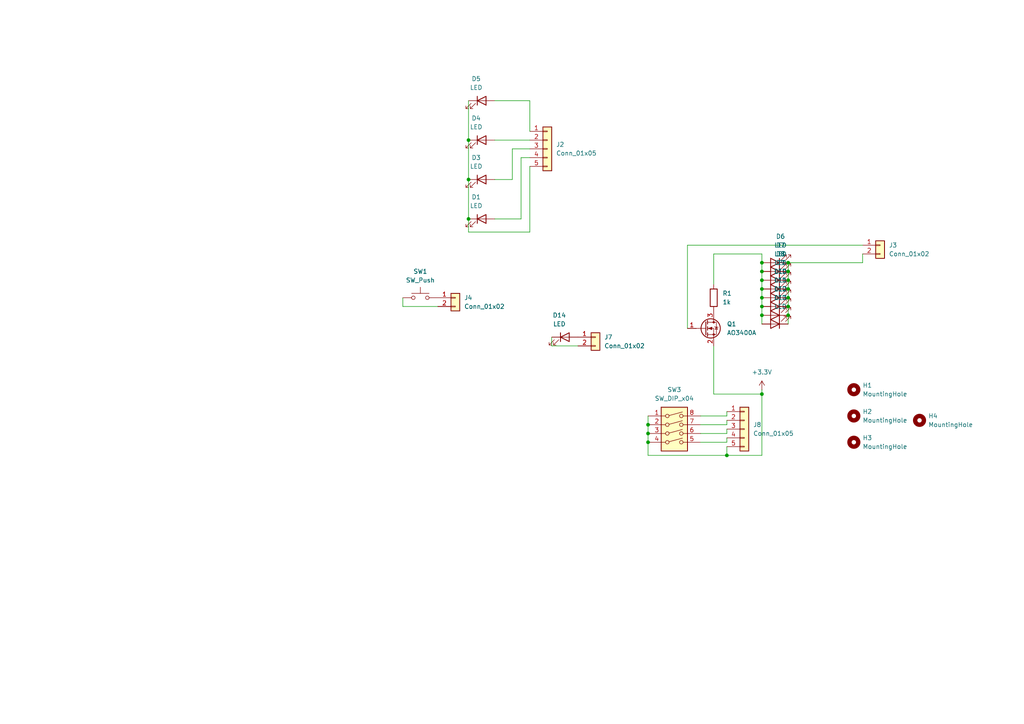
<source format=kicad_sch>
(kicad_sch (version 20250114) (generator "eeschema") (generator_version "9.0")
  (paper "A4")
  (lib_symbols
    (symbol "Connector_Generic:Conn_01x02" (pin_names (offset 1.016) (hide yes))
      (property "Reference" "J" (at 0 2.54 0))
      (property "Value" "Conn_01x02" (at 0 -5.08 0))
      (symbol "Conn_01x02_1_1"
        (rectangle (start -1.27 1.27) (end 1.27 -3.81) (stroke (width 0.254)) (fill (type background)))
        (rectangle (start -1.27 0.127) (end 0 -0.127) (stroke (width 0.1524)))
        (rectangle (start -1.27 -2.413) (end 0 -2.667) (stroke (width 0.1524)))
        (pin passive line (at -5.08 0 0) (length 3.81) (name "Pin_1") (number "1"))
        (pin passive line (at -5.08 -2.54 0) (length 3.81) (name "Pin_2") (number "2"))
      )
    )
    (symbol "Connector_Generic:Conn_01x05" (pin_names (offset 1.016) (hide yes))
      (property "Reference" "J" (at 0 7.62 0))
      (property "Value" "Conn_01x05" (at 0 -7.62 0))
      (symbol "Conn_01x05_1_1"
        (rectangle (start -1.27 6.35) (end 1.27 -6.35) (stroke (width 0.254)) (fill (type background)))
        (rectangle (start -1.27 5.207) (end 0 4.953) (stroke (width 0.1524)))
        (rectangle (start -1.27 2.667) (end 0 2.413) (stroke (width 0.1524)))
        (rectangle (start -1.27 0.127) (end 0 -0.127) (stroke (width 0.1524)))
        (rectangle (start -1.27 -2.413) (end 0 -2.667) (stroke (width 0.1524)))
        (rectangle (start -1.27 -4.953) (end 0 -5.207) (stroke (width 0.1524)))
        (pin passive line (at -5.08 5.08 0) (length 3.81) (name "Pin_1") (number "1"))
        (pin passive line (at -5.08 2.54 0) (length 3.81) (name "Pin_2") (number "2"))
        (pin passive line (at -5.08 0 0) (length 3.81) (name "Pin_3") (number "3"))
        (pin passive line (at -5.08 -2.54 0) (length 3.81) (name "Pin_4") (number "4"))
        (pin passive line (at -5.08 -5.08 0) (length 3.81) (name "Pin_5") (number "5"))
      )
    )
    (symbol "Device:LED" (pin_numbers (hide yes)) (pin_names (offset 1.016) (hide yes))
      (property "Reference" "D" (at 0 2.54 0))
      (property "Value" "LED" (at 0 -2.54 0))
      (symbol "LED_0_1"
        (polyline (pts (xy -3.048 -0.762) (xy -4.572 -2.286) (xy -3.81 -2.286) (xy -4.572 -2.286) (xy -4.572 -1.524)))
        (polyline (pts (xy -1.778 -0.762) (xy -3.302 -2.286) (xy -2.54 -2.286) (xy -3.302 -2.286) (xy -3.302 -1.524)))
        (polyline (pts (xy -1.27 0) (xy 1.27 0)))
        (polyline (pts (xy -1.27 -1.27) (xy -1.27 1.27)) (stroke (width 0.254)))
        (polyline (pts (xy 1.27 -1.27) (xy 1.27 1.27) (xy -1.27 0) (xy 1.27 -1.27)) (stroke (width 0.254)))
      )
      (symbol "LED_1_1"
        (pin passive line (at -3.81 0 0) (length 2.54) (name "K") (number "1"))
        (pin passive line (at 3.81 0 180) (length 2.54) (name "A") (number "2"))
      )
    )
    (symbol "Device:R" (pin_numbers (hide yes)) (pin_names (offset 0))
      (property "Reference" "R" (at 2.032 0 90))
      (property "Value" "R" (at 0 0 90))
      (symbol "R_0_1"
        (rectangle (start -1.016 -2.54) (end 1.016 2.54) (stroke (width 0.254)))
      )
      (symbol "R_1_1"
        (pin passive line (at 0 3.81 270) (length 1.27) (name "~") (number "1"))
        (pin passive line (at 0 -3.81 90) (length 1.27) (name "~") (number "2"))
      )
    )
    (symbol "Mechanical:MountingHole" (pin_names (offset 1.016)) (exclude_from_sim yes) (in_bom no)
      (property "Reference" "H" (at 0 5.08 0))
      (property "Value" "MountingHole" (at 0 3.175 0))
      (symbol "MountingHole_0_1"
        (circle (center 0 0) (radius 1.27) (stroke (width 1.27)))
      )
    )
    (symbol "Switch:SW_DIP_x04" (pin_names (offset 0) (hide yes))
      (property "Reference" "SW" (at 0 8.89 0))
      (property "Value" "SW_DIP_x04" (at 0 -6.35 0))
      (symbol "SW_DIP_x04_0_0"
        (circle (center -2.032 5.08) (radius 0.508))
        (circle (center -2.032 2.54) (radius 0.508))
        (circle (center -2.032 0) (radius 0.508))
        (circle (center -2.032 -2.54) (radius 0.508))
        (polyline (pts (xy -1.524 5.207) (xy 2.3622 6.2484)))
        (polyline (pts (xy -1.524 2.667) (xy 2.3622 3.7084)))
        (polyline (pts (xy -1.524 0.127) (xy 2.3622 1.1684)))
        (polyline (pts (xy -1.524 -2.3876) (xy 2.3622 -1.3462)))
        (circle (center 2.032 5.08) (radius 0.508))
        (circle (center 2.032 2.54) (radius 0.508))
        (circle (center 2.032 0) (radius 0.508))
        (circle (center 2.032 -2.54) (radius 0.508))
      )
      (symbol "SW_DIP_x04_0_1"
        (rectangle (start -3.81 7.62) (end 3.81 -5.08) (stroke (width 0.254)) (fill (type background)))
      )
      (symbol "SW_DIP_x04_1_1"
        (pin passive line (at -7.62 5.08 0) (length 5.08) (name "~") (number "1"))
        (pin passive line (at -7.62 2.54 0) (length 5.08) (name "~") (number "2"))
        (pin passive line (at -7.62 0 0) (length 5.08) (name "~") (number "3"))
        (pin passive line (at -7.62 -2.54 0) (length 5.08) (name "~") (number "4"))
        (pin passive line (at 7.62 5.08 180) (length 5.08) (name "~") (number "8"))
        (pin passive line (at 7.62 2.54 180) (length 5.08) (name "~") (number "7"))
        (pin passive line (at 7.62 0 180) (length 5.08) (name "~") (number "6"))
        (pin passive line (at 7.62 -2.54 180) (length 5.08) (name "~") (number "5"))
      )
    )
    (symbol "Switch:SW_Push" (pin_numbers (hide yes)) (pin_names (offset 1.016) (hide yes))
      (property "Reference" "SW" (at 1.27 2.54 0))
      (property "Value" "SW_Push" (at 0 -1.524 0))
      (symbol "SW_Push_0_1"
        (circle (center -2.032 0) (radius 0.508))
        (polyline (pts (xy 0 1.27) (xy 0 3.048)))
        (circle (center 2.032 0) (radius 0.508))
        (polyline (pts (xy 2.54 1.27) (xy -2.54 1.27)))
        (pin passive line (at -5.08 0 0) (length 2.54) (name "1") (number "1"))
        (pin passive line (at 5.08 0 180) (length 2.54) (name "2") (number "2"))
      )
    )
    (symbol "Transistor_FET:AO3400A" (pin_names (hide yes))
      (property "Reference" "Q" (at 5.08 1.905 0))
      (property "Value" "AO3400A" (at 5.08 0 0))
      (symbol "AO3400A_0_1"
        (polyline (pts (xy 0.254 1.905) (xy 0.254 -1.905)) (stroke (width 0.254)))
        (polyline (pts (xy 0.254 0) (xy -2.54 0)))
        (polyline (pts (xy 0.762 2.286) (xy 0.762 1.27)) (stroke (width 0.254)))
        (polyline (pts (xy 0.762 0.508) (xy 0.762 -0.508)) (stroke (width 0.254)))
        (polyline (pts (xy 0.762 -1.27) (xy 0.762 -2.286)) (stroke (width 0.254)))
        (polyline (pts (xy 0.762 -1.778) (xy 3.302 -1.778) (xy 3.302 1.778) (xy 0.762 1.778)))
        (polyline (pts (xy 1.016 0) (xy 2.032 0.381) (xy 2.032 -0.381) (xy 1.016 0)) (fill (type outline)))
        (circle (center 1.651 0) (radius 2.794) (stroke (width 0.254)))
        (polyline (pts (xy 2.54 2.54) (xy 2.54 1.778)))
        (circle (center 2.54 1.778) (radius 0.254) (fill (type outline)))
        (circle (center 2.54 -1.778) (radius 0.254) (fill (type outline)))
        (polyline (pts (xy 2.54 -2.54) (xy 2.54 0) (xy 0.762 0)))
        (polyline (pts (xy 2.794 0.508) (xy 2.921 0.381) (xy 3.683 0.381) (xy 3.81 0.254)))
        (polyline (pts (xy 3.302 0.381) (xy 2.921 -0.254) (xy 3.683 -0.254) (xy 3.302 0.381)))
      )
      (symbol "AO3400A_1_1"
        (pin input line (at -5.08 0 0) (length 2.54) (name "G") (number "1"))
        (pin passive line (at 2.54 5.08 270) (length 2.54) (name "D") (number "3"))
        (pin passive line (at 2.54 -5.08 90) (length 2.54) (name "S") (number "2"))
      )
    )
    (symbol "power:+3.3V" (power) (pin_numbers (hide yes)) (pin_names (offset 0) (hide yes))
      (property "Value" "+3.3V" (at 0 3.556 0))
      (symbol "+3.3V_0_1"
        (polyline (pts (xy -0.762 1.27) (xy 0 2.54)))
        (polyline (pts (xy 0 2.54) (xy 0.762 1.27)))
        (polyline (pts (xy 0 0) (xy 0 2.54)))
      )
      (symbol "+3.3V_1_1"
        (pin power_in line (at 0 0 90) (length 0) (name "~") (number "1"))
      )
    )
  )
  (junction (at 187.96 128.27))
  (junction (at 135.89 63.5))
  (junction (at 228.6 86.36))
  (junction (at 187.96 125.73))
  (junction (at 220.98 114.3))
  (junction (at 228.6 91.44))
  (junction (at 228.6 78.74))
  (junction (at 135.89 40.64))
  (junction (at 220.98 83.82))
  (junction (at 187.96 123.19))
  (junction (at 220.98 91.44))
  (junction (at 220.98 76.2))
  (junction (at 220.98 86.36))
  (junction (at 228.6 76.2))
  (junction (at 228.6 83.82))
  (junction (at 228.6 88.9))
  (junction (at 220.98 81.28))
  (junction (at 220.98 88.9))
  (junction (at 210.82 132.08))
  (junction (at 135.89 52.07))
  (junction (at 228.6 81.28))
  (junction (at 220.98 78.74))
  (wire (pts (xy 210.82 128.27) (xy 210.82 127)))
  (wire (pts (xy 210.82 125.73) (xy 210.82 124.46)))
  (wire (pts (xy 228.6 76.2) (xy 250.19 76.2)))
  (wire (pts (xy 148.59 52.07) (xy 148.59 43.18)))
  (wire (pts (xy 207.01 73.66) (xy 220.98 73.66)))
  (wire (pts (xy 160.02 100.33) (xy 167.64 100.33)))
  (wire (pts (xy 203.2 125.73) (xy 210.82 125.73)))
  (wire (pts (xy 220.98 91.44) (xy 220.98 93.98)))
  (wire (pts (xy 228.6 88.9) (xy 228.6 91.44)))
  (wire (pts (xy 228.6 83.82) (xy 228.6 86.36)))
  (wire (pts (xy 228.6 76.2) (xy 228.6 78.74)))
  (wire (pts (xy 228.6 86.36) (xy 228.6 88.9)))
  (wire (pts (xy 151.13 45.72) (xy 153.67 45.72)))
  (wire (pts (xy 187.96 132.08) (xy 187.96 128.27)))
  (wire (pts (xy 220.98 78.74) (xy 220.98 81.28)))
  (wire (pts (xy 116.84 86.36) (xy 116.84 88.9)))
  (wire (pts (xy 220.98 88.9) (xy 220.98 91.44)))
  (wire (pts (xy 143.51 40.64) (xy 153.67 40.64)))
  (wire (pts (xy 143.51 29.21) (xy 153.67 29.21)))
  (wire (pts (xy 151.13 63.5) (xy 151.13 45.72)))
  (wire (pts (xy 207.01 114.3) (xy 207.01 100.33)))
  (wire (pts (xy 228.6 78.74) (xy 228.6 81.28)))
  (wire (pts (xy 203.2 123.19) (xy 210.82 123.19)))
  (wire (pts (xy 220.98 114.3) (xy 220.98 132.08)))
  (wire (pts (xy 228.6 91.44) (xy 228.6 93.98)))
  (wire (pts (xy 199.39 71.12) (xy 199.39 95.25)))
  (wire (pts (xy 210.82 123.19) (xy 210.82 121.92)))
  (wire (pts (xy 153.67 29.21) (xy 153.67 38.1)))
  (wire (pts (xy 148.59 43.18) (xy 153.67 43.18)))
  (wire (pts (xy 187.96 120.65) (xy 187.96 123.19)))
  (wire (pts (xy 160.02 97.79) (xy 160.02 100.33)))
  (wire (pts (xy 220.98 76.2) (xy 220.98 78.74)))
  (wire (pts (xy 187.96 123.19) (xy 187.96 125.73)))
  (wire (pts (xy 220.98 113.03) (xy 220.98 114.3)))
  (wire (pts (xy 210.82 132.08) (xy 187.96 132.08)))
  (wire (pts (xy 153.67 67.31) (xy 135.89 67.31)))
  (wire (pts (xy 220.98 81.28) (xy 220.98 83.82)))
  (wire (pts (xy 143.51 52.07) (xy 148.59 52.07)))
  (wire (pts (xy 203.2 128.27) (xy 210.82 128.27)))
  (wire (pts (xy 220.98 86.36) (xy 220.98 88.9)))
  (wire (pts (xy 135.89 67.31) (xy 135.89 63.5)))
  (wire (pts (xy 116.84 88.9) (xy 127 88.9)))
  (wire (pts (xy 207.01 73.66) (xy 207.01 82.55)))
  (wire (pts (xy 187.96 125.73) (xy 187.96 128.27)))
  (wire (pts (xy 135.89 40.64) (xy 135.89 52.07)))
  (wire (pts (xy 135.89 29.21) (xy 135.89 40.64)))
  (wire (pts (xy 135.89 52.07) (xy 135.89 63.5)))
  (wire (pts (xy 220.98 83.82) (xy 220.98 86.36)))
  (wire (pts (xy 250.19 71.12) (xy 199.39 71.12)))
  (wire (pts (xy 203.2 120.65) (xy 210.82 120.65)))
  (wire (pts (xy 210.82 120.65) (xy 210.82 119.38)))
  (wire (pts (xy 220.98 114.3) (xy 207.01 114.3)))
  (wire (pts (xy 210.82 132.08) (xy 210.82 129.54)))
  (wire (pts (xy 143.51 63.5) (xy 151.13 63.5)))
  (wire (pts (xy 250.19 76.2) (xy 250.19 73.66)))
  (wire (pts (xy 153.67 48.26) (xy 153.67 67.31)))
  (wire (pts (xy 220.98 132.08) (xy 210.82 132.08)))
  (wire (pts (xy 220.98 73.66) (xy 220.98 76.2)))
  (wire (pts (xy 228.6 81.28) (xy 228.6 83.82)))
  (symbol (lib_id "Device:LED") (at 224.79 91.44 180) (unit 1)
    (property "Reference" "D12" (at 226.3775 83.82 0))
    (property "Value" "LED" (at 226.3775 86.36 0))
    (property "Footprint" "LED_SMD:LED_0603_1608Metric_Pad1.05x0.95mm_HandSolder" (effects (hide yes)))
    (property "Description" "Light emitting diode" (effects (hide yes)))
  )
  (symbol (lib_id "Mechanical:MountingHole") (at 247.65 128.27 0) (unit 1) (exclude_from_sim yes) (in_bom no)
    (property "Reference" "H3" (at 250.19 126.9999 0) (effects (justify left)))
    (property "Value" "MountingHole" (at 250.19 129.5399 0) (effects (justify left)))
    (property "Footprint" "MountingHole:MountingHole_3.2mm_M3" (effects (hide yes)))
    (property "Description" "Mounting Hole without connection" (effects (hide yes)))
  )
  (symbol (lib_id "Transistor_FET:AO3400A") (at 204.47 95.25 0) (unit 1)
    (property "Reference" "Q1" (at 210.82 93.9799 0) (effects (justify left)))
    (property "Value" "AO3400A" (at 210.82 96.5199 0) (effects (justify left)))
    (property "Footprint" "Package_TO_SOT_SMD:SOT-23" (effects (hide yes)))
    (property "Datasheet" "http://www.aosmd.com/pdfs/datasheet/AO3400A.pdf" (effects (hide yes)))
    (property "Description" "30V Vds, 5.7A Id, N-Channel MOSFET, SOT-23" (effects (hide yes)))
  )
  (symbol (lib_id "Device:LED") (at 139.7 29.21 0) (unit 1)
    (property "Reference" "D5" (at 138.1125 22.86 0))
    (property "Value" "LED" (at 138.1125 25.4 0))
    (property "Footprint" "LED_SMD:LED_0603_1608Metric_Pad1.05x0.95mm_HandSolder" (effects (hide yes)))
    (property "Description" "Light emitting diode" (effects (hide yes)))
  )
  (symbol (lib_id "Connector_Generic:Conn_01x02") (at 172.72 97.79 0) (unit 1)
    (property "Reference" "J7" (at 175.26 97.7899 0) (effects (justify left)))
    (property "Value" "Conn_01x02" (at 175.26 100.3299 0) (effects (justify left)))
    (property "Footprint" "Connector_JST:JST_XH_B2B-XH-A_1x02_P2.50mm_Vertical" (effects (hide yes)))
    (property "Description" "Generic connector, single row, 01x02, script generated (kicad-library-utils/schlib/autogen/connector/)" (effects (hide yes)))
  )
  (symbol (lib_id "Device:LED") (at 139.7 63.5 0) (unit 1)
    (property "Reference" "D1" (at 138.1125 57.15 0))
    (property "Value" "LED" (at 138.1125 59.69 0))
    (property "Footprint" "LED_SMD:LED_0603_1608Metric_Pad1.05x0.95mm_HandSolder" (effects (hide yes)))
    (property "Description" "Light emitting diode" (effects (hide yes)))
  )
  (symbol (lib_id "Device:LED") (at 224.79 83.82 180) (unit 1)
    (property "Reference" "D9" (at 226.3775 76.2 0))
    (property "Value" "LED" (at 226.3775 78.74 0))
    (property "Footprint" "LED_SMD:LED_0603_1608Metric_Pad1.05x0.95mm_HandSolder" (effects (hide yes)))
    (property "Description" "Light emitting diode" (effects (hide yes)))
  )
  (symbol (lib_id "Connector_Generic:Conn_01x02") (at 132.08 86.36 0) (unit 1)
    (property "Reference" "J4" (at 134.62 86.3599 0) (effects (justify left)))
    (property "Value" "Conn_01x02" (at 134.62 88.8999 0) (effects (justify left)))
    (property "Footprint" "Connector_JST:JST_XH_B2B-XH-A_1x02_P2.50mm_Vertical" (effects (hide yes)))
    (property "Description" "Generic connector, single row, 01x02, script generated (kicad-library-utils/schlib/autogen/connector/)" (effects (hide yes)))
  )
  (symbol (lib_id "Device:LED") (at 224.79 76.2 180) (unit 1)
    (property "Reference" "D6" (at 226.3775 68.58 0))
    (property "Value" "LED" (at 226.3775 71.12 0))
    (property "Footprint" "LED_SMD:LED_0603_1608Metric_Pad1.05x0.95mm_HandSolder" (effects (hide yes)))
    (property "Description" "Light emitting diode" (effects (hide yes)))
  )
  (symbol (lib_id "Connector_Generic:Conn_01x05") (at 215.9 124.46 0) (unit 1)
    (property "Reference" "J8" (at 218.44 123.1899 0) (effects (justify left)))
    (property "Value" "Conn_01x05" (at 218.44 125.7299 0) (effects (justify left)))
    (property "Footprint" "Connector_JST:JST_XH_B5B-XH-AM_1x05_P2.50mm_Vertical" (effects (hide yes)))
    (property "Description" "Generic connector, single row, 01x05, script generated (kicad-library-utils/schlib/autogen/connector/)" (effects (hide yes)))
  )
  (symbol (lib_id "Device:LED") (at 139.7 52.07 0) (unit 1)
    (property "Reference" "D3" (at 138.1125 45.72 0))
    (property "Value" "LED" (at 138.1125 48.26 0))
    (property "Footprint" "LED_SMD:LED_0603_1608Metric_Pad1.05x0.95mm_HandSolder" (effects (hide yes)))
    (property "Description" "Light emitting diode" (effects (hide yes)))
  )
  (symbol (lib_id "Connector_Generic:Conn_01x05") (at 158.75 43.18 0) (unit 1)
    (property "Reference" "J2" (at 161.29 41.9099 0) (effects (justify left)))
    (property "Value" "Conn_01x05" (at 161.29 44.4499 0) (effects (justify left)))
    (property "Footprint" "Connector_JST:JST_XH_B5B-XH-AM_1x05_P2.50mm_Vertical" (effects (hide yes)))
    (property "Description" "Generic connector, single row, 01x05, script generated (kicad-library-utils/schlib/autogen/connector/)" (effects (hide yes)))
  )
  (symbol (lib_id "Device:LED") (at 224.79 78.74 180) (unit 1)
    (property "Reference" "D7" (at 226.3775 71.12 0))
    (property "Value" "LED" (at 226.3775 73.66 0))
    (property "Footprint" "LED_SMD:LED_0603_1608Metric_Pad1.05x0.95mm_HandSolder" (effects (hide yes)))
    (property "Description" "Light emitting diode" (effects (hide yes)))
  )
  (symbol (lib_id "Device:LED") (at 224.79 88.9 180) (unit 1)
    (property "Reference" "D11" (at 226.3775 81.28 0))
    (property "Value" "LED" (at 226.3775 83.82 0))
    (property "Footprint" "LED_SMD:LED_0603_1608Metric_Pad1.05x0.95mm_HandSolder" (effects (hide yes)))
    (property "Description" "Light emitting diode" (effects (hide yes)))
  )
  (symbol (lib_id "Device:LED") (at 224.79 86.36 180) (unit 1)
    (property "Reference" "D10" (at 226.3775 78.74 0))
    (property "Value" "LED" (at 226.3775 81.28 0))
    (property "Footprint" "LED_SMD:LED_0603_1608Metric_Pad1.05x0.95mm_HandSolder" (effects (hide yes)))
    (property "Description" "Light emitting diode" (effects (hide yes)))
  )
  (symbol (lib_id "Connector_Generic:Conn_01x02") (at 255.27 71.12 0) (unit 1)
    (property "Reference" "J3" (at 257.81 71.1199 0) (effects (justify left)))
    (property "Value" "Conn_01x02" (at 257.81 73.6599 0) (effects (justify left)))
    (property "Footprint" "Connector_JST:JST_XH_B2B-XH-A_1x02_P2.50mm_Vertical" (effects (hide yes)))
    (property "Description" "Generic connector, single row, 01x02, script generated (kicad-library-utils/schlib/autogen/connector/)" (effects (hide yes)))
  )
  (symbol (lib_id "Switch:SW_DIP_x04") (at 195.58 125.73 0) (unit 1)
    (property "Reference" "SW3" (at 195.58 113.03 0))
    (property "Value" "SW_DIP_x04" (at 195.58 115.57 0))
    (property "Footprint" "Button_Switch_SMD:SW_DIP_SPSTx04_Slide_Copal_CHS-04B_W7.62mm_P1.27mm" (effects (hide yes)))
    (property "Description" "4x DIP Switch, Single Pole Single Throw (SPST) switch, small symbol" (effects (hide yes)))
  )
  (symbol (lib_id "power:+3.3V") (at 220.98 113.03 0) (unit 1)
    (property "Reference" "#PWR029" (effects (hide yes)))
    (property "Value" "+3.3V" (at 220.98 107.95 0))
    (property "Description" "Power symbol creates a global label with name \"+3.3V\"" (effects (hide yes)))
  )
  (symbol (lib_id "Device:LED") (at 139.7 40.64 0) (unit 1)
    (property "Reference" "D4" (at 138.1125 34.29 0))
    (property "Value" "LED" (at 138.1125 36.83 0))
    (property "Footprint" "LED_SMD:LED_0603_1608Metric_Pad1.05x0.95mm_HandSolder" (effects (hide yes)))
    (property "Description" "Light emitting diode" (effects (hide yes)))
  )
  (symbol (lib_id "Device:R") (at 207.01 86.36 180) (unit 1)
    (property "Reference" "R1" (at 209.55 85.0899 0) (effects (justify right)))
    (property "Value" "1k" (at 209.55 87.6299 0) (effects (justify right)))
    (property "Footprint" "Capacitor_SMD:C_0603_1608Metric_Pad1.08x0.95mm_HandSolder" (effects (hide yes)))
    (property "Description" "Resistor" (effects (hide yes)))
  )
  (symbol (lib_id "Device:LED") (at 224.79 93.98 180) (unit 1)
    (property "Reference" "D13" (at 226.3775 86.36 0))
    (property "Value" "LED" (at 226.3775 88.9 0))
    (property "Footprint" "LED_SMD:LED_0603_1608Metric_Pad1.05x0.95mm_HandSolder" (effects (hide yes)))
    (property "Description" "Light emitting diode" (effects (hide yes)))
  )
  (symbol (lib_id "Mechanical:MountingHole") (at 266.7 121.92 0) (unit 1) (exclude_from_sim yes) (in_bom no)
    (property "Reference" "H4" (at 269.24 120.6499 0) (effects (justify left)))
    (property "Value" "MountingHole" (at 269.24 123.1899 0) (effects (justify left)))
    (property "Footprint" "MountingHole:MountingHole_3.2mm_M3" (effects (hide yes)))
    (property "Description" "Mounting Hole without connection" (effects (hide yes)))
  )
  (symbol (lib_id "Mechanical:MountingHole") (at 247.65 113.03 0) (unit 1) (exclude_from_sim yes) (in_bom no)
    (property "Reference" "H1" (at 250.19 111.7599 0) (effects (justify left)))
    (property "Value" "MountingHole" (at 250.19 114.2999 0) (effects (justify left)))
    (property "Footprint" "MountingHole:MountingHole_3.2mm_M3" (effects (hide yes)))
    (property "Description" "Mounting Hole without connection" (effects (hide yes)))
  )
  (symbol (lib_id "Device:LED") (at 224.79 81.28 180) (unit 1)
    (property "Reference" "D8" (at 226.3775 73.66 0))
    (property "Value" "LED" (at 226.3775 76.2 0))
    (property "Footprint" "LED_SMD:LED_0603_1608Metric_Pad1.05x0.95mm_HandSolder" (effects (hide yes)))
    (property "Description" "Light emitting diode" (effects (hide yes)))
  )
  (symbol (lib_id "Mechanical:MountingHole") (at 247.65 120.65 0) (unit 1) (exclude_from_sim yes) (in_bom no)
    (property "Reference" "H2" (at 250.19 119.3799 0) (effects (justify left)))
    (property "Value" "MountingHole" (at 250.19 121.9199 0) (effects (justify left)))
    (property "Footprint" "MountingHole:MountingHole_3.2mm_M3" (effects (hide yes)))
    (property "Description" "Mounting Hole without connection" (effects (hide yes)))
  )
  (symbol (lib_id "Device:LED") (at 163.83 97.79 0) (unit 1)
    (property "Reference" "D14" (at 162.2425 91.44 0))
    (property "Value" "LED" (at 162.2425 93.98 0))
    (property "Footprint" "LED_SMD:LED_0603_1608Metric_Pad1.05x0.95mm_HandSolder" (effects (hide yes)))
    (property "Description" "Light emitting diode" (effects (hide yes)))
  )
  (symbol (lib_id "Switch:SW_Push") (at 121.92 86.36 0) (unit 1)
    (property "Reference" "SW1" (at 121.92 78.74 0))
    (property "Value" "SW_Push" (at 121.92 81.28 0))
    (property "Footprint" "GN10_Parts:TVAF" (effects (hide yes)))
    (property "Description" "Push button switch, generic, two pins" (effects (hide yes)))
  )
)
</source>
